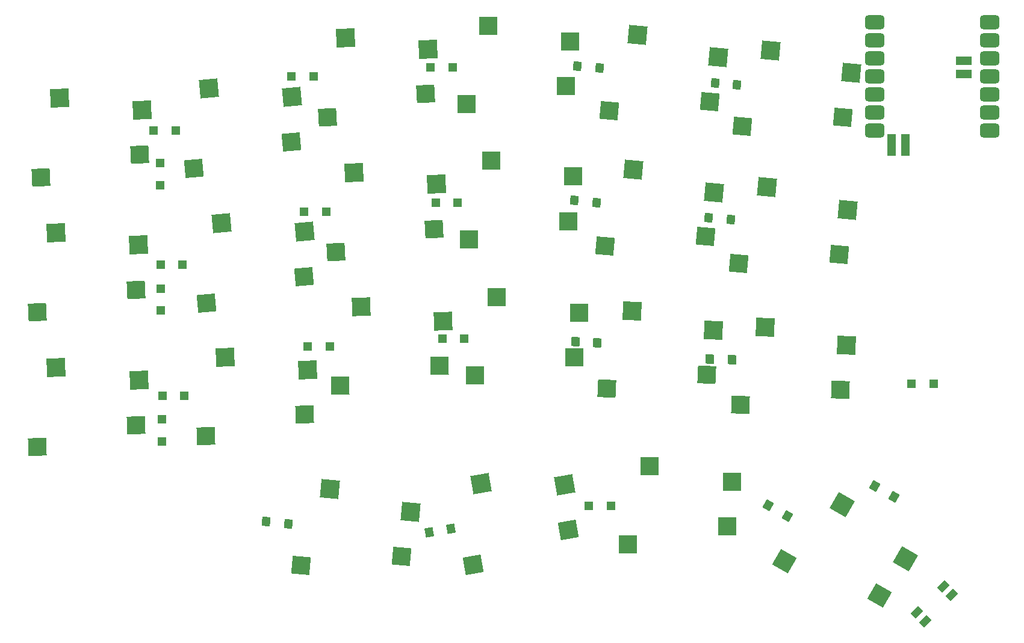
<source format=gbr>
%TF.GenerationSoftware,KiCad,Pcbnew,(6.0.0-0)*%
%TF.CreationDate,2023-10-27T21:44:22-07:00*%
%TF.ProjectId,xobdox_seeed,786f6264-6f78-45f7-9365-6565642e6b69,rev?*%
%TF.SameCoordinates,Original*%
%TF.FileFunction,Paste,Bot*%
%TF.FilePolarity,Positive*%
%FSLAX46Y46*%
G04 Gerber Fmt 4.6, Leading zero omitted, Abs format (unit mm)*
G04 Created by KiCad (PCBNEW (6.0.0-0)) date 2023-10-27 21:44:22*
%MOMM*%
%LPD*%
G01*
G04 APERTURE LIST*
G04 Aperture macros list*
%AMRoundRect*
0 Rectangle with rounded corners*
0 $1 Rounding radius*
0 $2 $3 $4 $5 $6 $7 $8 $9 X,Y pos of 4 corners*
0 Add a 4 corners polygon primitive as box body*
4,1,4,$2,$3,$4,$5,$6,$7,$8,$9,$2,$3,0*
0 Add four circle primitives for the rounded corners*
1,1,$1+$1,$2,$3*
1,1,$1+$1,$4,$5*
1,1,$1+$1,$6,$7*
1,1,$1+$1,$8,$9*
0 Add four rect primitives between the rounded corners*
20,1,$1+$1,$2,$3,$4,$5,0*
20,1,$1+$1,$4,$5,$6,$7,0*
20,1,$1+$1,$6,$7,$8,$9,0*
20,1,$1+$1,$8,$9,$2,$3,0*%
%AMRotRect*
0 Rectangle, with rotation*
0 The origin of the aperture is its center*
0 $1 length*
0 $2 width*
0 $3 Rotation angle, in degrees counterclockwise*
0 Add horizontal line*
21,1,$1,$2,0,0,$3*%
G04 Aperture macros list end*
%ADD10RotRect,2.550000X2.500000X183.000000*%
%ADD11RotRect,2.600000X2.600000X3.000000*%
%ADD12RotRect,2.600000X2.600000X5.000000*%
%ADD13RotRect,2.550000X2.500000X185.000000*%
%ADD14R,1.300000X1.150000*%
%ADD15RotRect,1.150000X1.300000X358.000000*%
%ADD16RotRect,2.550000X2.500000X150.000000*%
%ADD17RotRect,2.600000X2.600000X330.000000*%
%ADD18RotRect,2.550000X2.500000X175.000000*%
%ADD19RotRect,2.600000X2.600000X355.000000*%
%ADD20RotRect,1.150000X1.300000X357.500000*%
%ADD21R,1.150000X1.300000*%
%ADD22RotRect,2.600000X2.600000X2.500000*%
%ADD23RotRect,2.550000X2.500000X182.500000*%
%ADD24RotRect,1.150000X1.300000X355.000000*%
%ADD25R,2.550000X2.500000*%
%ADD26R,2.600000X2.600000*%
%ADD27RotRect,2.550000X2.500000X178.000000*%
%ADD28RotRect,2.600000X2.600000X358.000000*%
%ADD29RotRect,1.150000X1.300000X10.000000*%
%ADD30RotRect,2.600000X2.600000X357.500000*%
%ADD31RotRect,2.550000X2.500000X177.500000*%
%ADD32RotRect,2.600000X2.600000X10.000000*%
%ADD33RotRect,2.550000X2.500000X190.000000*%
%ADD34RotRect,2.600000X2.600000X2.000000*%
%ADD35RotRect,2.550000X2.500000X182.000000*%
%ADD36RotRect,1.150000X1.300000X330.000000*%
%ADD37RotRect,2.550000X2.500000X181.000000*%
%ADD38RotRect,2.600000X2.600000X1.000000*%
%ADD39RotRect,1.550000X1.000000X45.000000*%
%ADD40RoundRect,0.500000X0.875000X0.500000X-0.875000X0.500000X-0.875000X-0.500000X0.875000X-0.500000X0*%
%ADD41R,2.286000X1.270000*%
%ADD42R,1.270000X3.086000*%
G04 APERTURE END LIST*
D10*
%TO.C,S9*%
X115620676Y-88995019D03*
D11*
X118119189Y-77818941D03*
X129768500Y-79411445D03*
D10*
X129448584Y-85726843D03*
%TD*%
D12*
%TO.C,S8*%
X99519986Y-84947463D03*
D13*
X97413034Y-96203930D03*
D12*
X111217777Y-86132442D03*
D13*
X111118460Y-92455158D03*
%TD*%
D14*
%TO.C,D1*%
X90855800Y-79553400D03*
X90855800Y-76453400D03*
%TD*%
D15*
%TO.C,D18*%
X171322656Y-104143294D03*
X168224544Y-104035106D03*
%TD*%
D16*
%TO.C,S22*%
X178657509Y-132511295D03*
D17*
X186839867Y-124499035D03*
D16*
X192034544Y-137301591D03*
D17*
X195742460Y-132179291D03*
%TD*%
D18*
%TO.C,S19*%
X110727532Y-133096180D03*
D19*
X114757139Y-122376592D03*
D18*
X124875709Y-131784283D03*
D19*
X126071445Y-125574870D03*
%TD*%
D20*
%TO.C,D17*%
X152373725Y-101743810D03*
X149276675Y-101608590D03*
%TD*%
D21*
%TO.C,D10*%
X132741000Y-82067400D03*
X129641000Y-82067400D03*
%TD*%
%TO.C,D14*%
X94310800Y-109245400D03*
X91210800Y-109245400D03*
%TD*%
D22*
%TO.C,S1*%
X76719679Y-67287906D03*
D23*
X74123732Y-78441755D03*
X87979633Y-75294374D03*
D22*
X88354648Y-68982008D03*
%TD*%
D21*
%TO.C,D8*%
X94056800Y-90779600D03*
X90956800Y-90779600D03*
%TD*%
%TO.C,D22*%
X154280200Y-124688600D03*
X151180200Y-124688600D03*
%TD*%
%TO.C,D2*%
X93091600Y-71907400D03*
X89991600Y-71907400D03*
%TD*%
D19*
%TO.C,S11*%
X157457139Y-77376592D03*
D18*
X153427532Y-88096180D03*
X167575709Y-86784283D03*
D19*
X168771445Y-80574870D03*
%TD*%
D24*
%TO.C,D5*%
X152674102Y-63050891D03*
X149585898Y-62780709D03*
%TD*%
D14*
%TO.C,D13*%
X91160600Y-115621400D03*
X91160600Y-112521400D03*
%TD*%
D10*
%TO.C,S3*%
X114420676Y-69995019D03*
D11*
X116919189Y-58818941D03*
D10*
X128248584Y-66726843D03*
D11*
X128568500Y-60411445D03*
%TD*%
D25*
%TO.C,S10*%
X134346100Y-87169386D03*
D26*
X137426100Y-76139386D03*
X148976100Y-78339386D03*
D25*
X148326100Y-84629386D03*
%TD*%
D27*
%TO.C,S18*%
X172472682Y-110444505D03*
D28*
X175935747Y-99528715D03*
X187401932Y-102130464D03*
D27*
X186532810Y-108393947D03*
%TD*%
D21*
%TO.C,D4*%
X132029800Y-62966600D03*
X128929800Y-62966600D03*
%TD*%
D29*
%TO.C,D21*%
X131777652Y-127924645D03*
X128724748Y-128462955D03*
%TD*%
D21*
%TO.C,D3*%
X112471800Y-64287400D03*
X109371800Y-64287400D03*
%TD*%
D26*
%TO.C,S4*%
X137026100Y-57139386D03*
D25*
X133946100Y-68169386D03*
X147926100Y-65629386D03*
D26*
X148576100Y-59339386D03*
%TD*%
D30*
%TO.C,S17*%
X157238752Y-97302196D03*
D31*
X153680562Y-108187350D03*
D30*
X168681797Y-100003906D03*
D31*
X167758049Y-106259566D03*
%TD*%
D18*
%TO.C,S5*%
X154027532Y-69096180D03*
D19*
X158057139Y-58376592D03*
X169371445Y-61574870D03*
D18*
X168175709Y-67784283D03*
%TD*%
D21*
%TO.C,D16*%
X133680800Y-101193600D03*
X130580800Y-101193600D03*
%TD*%
%TO.C,D15*%
X114757800Y-102285800D03*
X111657800Y-102285800D03*
%TD*%
D32*
%TO.C,S20*%
X136042648Y-121598478D03*
D33*
X134924779Y-132995744D03*
X148251325Y-128066730D03*
D32*
X147799203Y-121759418D03*
%TD*%
D24*
%TO.C,D11*%
X152242302Y-81999291D03*
X149154098Y-81729109D03*
%TD*%
D34*
%TO.C,S13*%
X76270443Y-105257306D03*
D35*
X73577261Y-116388078D03*
D34*
X87890186Y-107052877D03*
D35*
X87460100Y-113361730D03*
%TD*%
D25*
%TO.C,S16*%
X135146100Y-106369386D03*
D26*
X138226100Y-95339386D03*
D25*
X149126100Y-103829386D03*
D26*
X149776100Y-97539386D03*
%TD*%
D21*
%TO.C,D19*%
X199670000Y-107543600D03*
X196570000Y-107543600D03*
%TD*%
D24*
%TO.C,D6*%
X171998204Y-65446582D03*
X168910000Y-65176400D03*
%TD*%
D36*
%TO.C,D24*%
X194052139Y-123457000D03*
X191367461Y-121907000D03*
%TD*%
D37*
%TO.C,S15*%
X116235726Y-107779522D03*
D38*
X119122757Y-96697449D03*
D37*
X130169268Y-104995925D03*
D38*
X130709393Y-98695538D03*
%TD*%
D14*
%TO.C,D7*%
X90982800Y-97231800D03*
X90982800Y-94131800D03*
%TD*%
D35*
%TO.C,S14*%
X97327261Y-114888078D03*
D34*
X100020443Y-103757306D03*
X111640186Y-105552877D03*
D35*
X111210100Y-111861730D03*
%TD*%
D24*
%TO.C,D20*%
X108884502Y-127211291D03*
X105796298Y-126941109D03*
%TD*%
D13*
%TO.C,S2*%
X95613034Y-77203930D03*
D12*
X97719986Y-65947463D03*
D13*
X109318460Y-73455158D03*
D12*
X109417777Y-67132442D03*
%TD*%
D36*
%TO.C,D23*%
X179066139Y-126149400D03*
X176381461Y-124599400D03*
%TD*%
D18*
%TO.C,S12*%
X172227532Y-90596180D03*
D19*
X176257139Y-79876592D03*
X187571445Y-83074870D03*
D18*
X186375709Y-89284283D03*
%TD*%
D23*
%TO.C,S7*%
X73623735Y-97441752D03*
D22*
X76219682Y-86287903D03*
D23*
X87479636Y-94294371D03*
D22*
X87854651Y-87982005D03*
%TD*%
D39*
%TO.C,S24*%
X198494021Y-140934461D03*
X202206332Y-137222150D03*
X197291939Y-139732379D03*
X201004250Y-136020068D03*
%TD*%
D21*
%TO.C,D9*%
X114224400Y-83312000D03*
X111124400Y-83312000D03*
%TD*%
D24*
%TO.C,D12*%
X171139902Y-84386891D03*
X168051698Y-84116709D03*
%TD*%
D18*
%TO.C,S6*%
X172727532Y-71296180D03*
D19*
X176757139Y-60576592D03*
D18*
X186875709Y-69984283D03*
D19*
X188071445Y-63774870D03*
%TD*%
D26*
%TO.C,S21*%
X159726100Y-119139386D03*
D25*
X156646100Y-130169386D03*
D26*
X171276100Y-121339386D03*
D25*
X170626100Y-127629386D03*
%TD*%
D40*
%TO.C,U2*%
X207556100Y-56629386D03*
X207556100Y-59169386D03*
X207556100Y-61709386D03*
X207556100Y-64249386D03*
X207556100Y-66789386D03*
X207556100Y-69329386D03*
X207556100Y-71869386D03*
X191391100Y-71869386D03*
X191391100Y-69329386D03*
X191391100Y-66789386D03*
X191391100Y-64249386D03*
X191391100Y-61709386D03*
X191391100Y-59169386D03*
X191391100Y-56629386D03*
D41*
X203946100Y-63954386D03*
X203946100Y-62049386D03*
D42*
X195691100Y-73879386D03*
X193786100Y-73879386D03*
%TD*%
M02*

</source>
